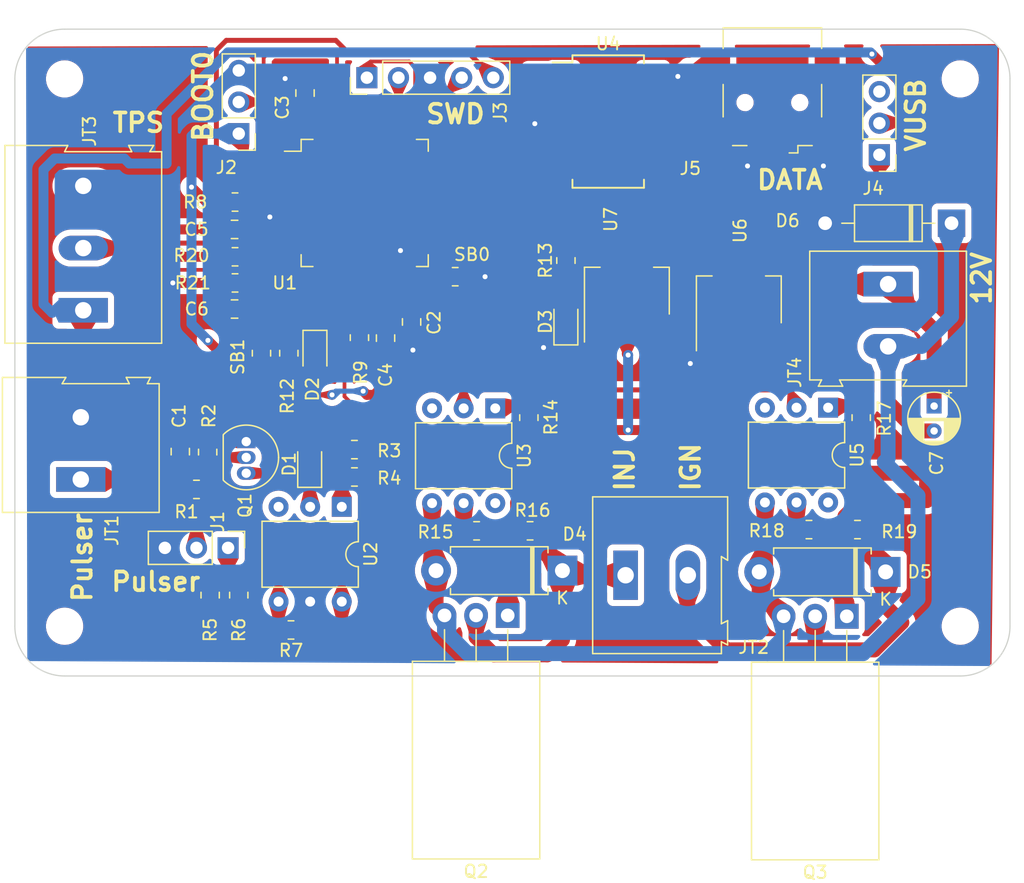
<source format=kicad_pcb>
(kicad_pcb (version 20221018) (generator pcbnew)
  (title_block (title "Custom Engine Control") (date "2023-08-04") (rev "v1") (company "Politeknik Negeri Madiun") (comment 1 "PIC: Deny Nur Fauzi ST MT") (comment 2 "Author: Achmadi ST MT"))
  (layers (0 "F.Cu" signal) (31 "B.Cu" signal) (34 "B.Paste" user) (35 "F.Paste" user) (36 "B.SilkS" user "B.Silkscreen") (37 "F.SilkS" user "F.Silkscreen") (38 "B.Mask" user) (39 "F.Mask" user) (44 "Edge.Cuts" user))
  (net 0 "")
  (net 1 "GND")
  (net 2 "Net-(Q1-B)")
  (net 3 "+3V3")
  (net 4 "VCAP")
  (net 5 "IN_TPS")
  (net 6 "+12V")
  (net 7 "GNDPWR")
  (net 8 "Net-(D1-K)")
  (net 9 "Net-(D1-A)")
  (net 10 "LED_CKP")
  (net 11 "Net-(D2-A)")
  (net 12 "Net-(D3-A)")
  (net 13 "PORT_INJ")
  (net 14 "PORT_IGN")
  (net 15 "Net-(J1-Pin_1)")
  (net 16 "PULSER")
  (net 17 "BOOT0")
  (net 18 "SWCLK")
  (net 19 "SWDIO")
  (net 20 "NRST")
  (net 21 "VBUS")
  (net 22 "+5V")
  (net 24 "Net-(J5-D-)")
  (net 25 "Net-(J5-D+)")
  (net 27 "Net-(JT3-Pin_2)")
  (net 28 "Net-(Q2-G)")
  (net 29 "Net-(Q3-G)")
  (net 30 "Net-(R4-Pad2)")
  (net 31 "IN_CKP")
  (net 32 "BOOT1")
  (net 33 "QFN_VDD")
  (net 34 "QFN_VSS")
  (net 35 "Net-(R14-Pad2)")
  (net 36 "Net-(R17-Pad2)")
  (net 60 "OUT_INJ")
  (net 62 "OUT_IGN")
  (net 65 "TXD")
  (net 66 "RXD")
  (footprint "Resistor_SMD:R_0805_2012Metric_Pad1.20x1.40mm_HandSolder" (layer "F.Cu") (at 172.3 79.6 90)
    (fp_text reference "R13")
    (fp_text value "330")
  )
  (footprint "LED_SMD:LED_0805_2012Metric_Pad1.15x1.40mm_HandSolder" (layer "F.Cu") (at 152.125 87.075 -90)
    (fp_text reference "D2")
    (fp_text value "BLUE")
  )
  (footprint "TerminalBlock:TerminalBlock_Altech_AK300-2_P5.00mm" (layer "F.Cu") (at 198.2 81.5 -90)
    (fp_text reference "JT4")
    (fp_text value "Conn_01x02_Pin")
  )
  (footprint "Connector_PinHeader_2.54mm:PinHeader_1x05_P2.54mm_Vertical" (layer "F.Cu") (at 156.3 64.9 90)
    (fp_text reference "J3")
    (fp_text value "Conn_01x05_Pin")
  )
  (footprint "TerminalBlock:TerminalBlock_Altech_AK300-2_P5.00mm" (layer "F.Cu") (at 133.3 97.2 90)
    (fp_text reference "JT1")
    (fp_text value "Conn_01x02_Pin")
  )
  (footprint "Resistor_SMD:R_0805_2012Metric_Pad1.20x1.40mm_HandSolder" (layer "F.Cu") (at 142.6 98)
    (fp_text reference "R1")
    (fp_text value "1k")
  )
  (footprint "Resistor_SMD:R_0805_2012Metric_Pad1.20x1.40mm_HandSolder" (layer "F.Cu") (at 195.74 101.23)
    (fp_text reference "R19")
    (fp_text value "10K")
  )
  (footprint "Package_QFP:LQFP-64_10x10mm_P0.5mm" (layer "F.Cu") (at 156.123 74.974)
    (fp_text reference "U1")
    (fp_text value "STM32F051R8Tx")
  )
  (footprint "TerminalBlock:TerminalBlock_Altech_AK300-2_P5.00mm" (layer "F.Cu") (at 177.1 104.9)
    (fp_text reference "JT2")
    (fp_text value "Conn_01x02_Pin")
  )
  (footprint "Capacitor_SMD:C_0805_2012Metric_Pad1.18x1.45mm_HandSolder" (layer "F.Cu") (at 151.327 66.1355 90)
    (fp_text reference "C3")
    (fp_text value "100nF")
  )
  (footprint "Resistor_SMD:R_0805_2012Metric_Pad1.20x1.40mm_HandSolder" (layer "F.Cu") (at 191.84 101.23 180)
    (fp_text reference "R18")
    (fp_text value "10K")
  )
  (footprint "Connector_PinHeader_2.54mm:PinHeader_1x03_P2.54mm_Vertical" (layer "F.Cu") (at 145.14 102.7 -90)
    (fp_text reference "J1")
    (fp_text value "Conn_01x03_Pin")
  )
  (footprint "Resistor_SMD:R_0805_2012Metric_Pad1.20x1.40mm_HandSolder" (layer "F.Cu") (at 155.3 94.8 180)
    (fp_text reference "R3")
    (fp_text value "330")
  )
  (footprint "MountingHole:MountingHole_2.5mm" (layer "F.Cu") (at 204 109)
    (fp_text reference "H4" hide)
    (fp_text value "MountingHole")
  )
  (footprint "Diode_THT:D_DO-15_P10.16mm_Horizontal" (layer "F.Cu") (at 198 104.63 180)
    (fp_text reference "D5")
    (fp_text value "D")
  )
  (footprint "Package_TO_SOT_THT:TO-220-3_Horizontal_TabDown" (layer "F.Cu") (at 194.88 108.2 180)
    (fp_text reference "Q3")
    (fp_text value "IRF540N")
  )
  (footprint "Package_TO_SOT_THT:TO-220-3_Horizontal_TabDown" (layer "F.Cu") (at 167.62 108.13 180)
    (fp_text reference "Q2")
    (fp_text value "IRF540N")
  )
  (footprint "Resistor_SMD:R_0805_2012Metric_Pad1.20x1.40mm_HandSolder" (layer "F.Cu") (at 165.12 101.33 180)
    (fp_text reference "R15")
    (fp_text value "10K")
  )
  (footprint "Diode_THT:D_DO-41_SOD81_P10.16mm_Horizontal" (layer "F.Cu") (at 203.3 76.6 180)
    (fp_text reference "D6")
    (fp_text value "1N4007")
  )
  (footprint "Resistor_SMD:R_0805_2012Metric_Pad1.20x1.40mm_HandSolder" (layer "F.Cu") (at 145.7 79.3)
    (fp_text reference "R20")
    (fp_text value "1k")
  )
  (footprint "Resistor_SMD:R_0805_2012Metric_Pad1.20x1.40mm_HandSolder" (layer "F.Cu") (at 147.825 87.05 -90)
    (fp_text reference "R10" hide)
    (fp_text value "DNP")
  )
  (footprint "Connector_PinHeader_2.54mm:PinHeader_1x03_P2.54mm_Vertical" (layer "F.Cu") (at 146 69.4 180)
    (fp_text reference "J2")
    (fp_text value "Conn_01x03_Pin")
  )
  (footprint "MountingHole:MountingHole_2.5mm" (layer "F.Cu") (at 132 65)
    (fp_text reference "H1" hide)
    (fp_text value "MountingHole")
  )
  (footprint "LED_SMD:LED_0805_2012Metric_Pad1.15x1.40mm_HandSolder" (layer "F.Cu") (at 151.7 95.975 90)
    (fp_text reference "D1")
    (fp_text value "GREEN")
  )
  (footprint "LED_SMD:LED_0805_2012Metric_Pad1.15x1.40mm_HandSolder" (layer "F.Cu") (at 172.3 84.525 90)
    (fp_text reference "D3")
    (fp_text value "RED")
  )
  (footprint "TerminalBlock:TerminalBlock_Altech_AK300-3_P5.00mm" (layer "F.Cu") (at 133.5 83.6 90)
    (fp_text reference "JT3")
    (fp_text value "Conn_01x03_Pin")
  )
  (footprint "Resistor_SMD:R_0805_2012Metric_Pad1.20x1.40mm_HandSolder" (layer "F.Cu") (at 145.7 81.4)
    (fp_text reference "R21")
    (fp_text value "1k")
  )
  (footprint "Capacitor_SMD:C_0805_2012Metric_Pad1.18x1.45mm_HandSolder" (layer "F.Cu") (at 145.6625 77.1 180)
    (fp_text reference "C5")
    (fp_text value "100nF")
  )
  (footprint "Package_TO_SOT_SMD:SOT-223-3_TabPin2" (layer "F.Cu") (at 186.2 82.75 90)
    (fp_text reference "U6")
    (fp_text value "AMS1117-5.0")
  )
  (footprint "Capacitor_THT:CP_Radial_D4.0mm_P2.00mm" (layer "F.Cu") (at 201.9 91.3 -90)
    (fp_text reference "C7")
    (fp_text value "100uF")
  )
  (footprint "Connector_PinHeader_2.54mm:PinHeader_1x03_P2.54mm_Vertical" (layer "F.Cu") (at 197.5 71.1 180)
    (fp_text reference "J4")
    (fp_text value "Conn_01x03_Pin")
  )
  (footprint "MountingHole:MountingHole_2.5mm" (layer "F.Cu") (at 204 65)
    (fp_text reference "H3" hide)
    (fp_text value "MountingHole")
  )
  (footprint "Resistor_SMD:R_0805_2012Metric_Pad1.20x1.40mm_HandSolder" (layer "F.Cu") (at 169.32 92.23 90)
    (fp_text reference "R14")
    (fp_text value "220")
  )
  (footprint "Capacitor_SMD:C_0805_2012Metric_Pad1.18x1.45mm_HandSolder" (layer "F.Cu") (at 141.3 94.9625 -90)
    (fp_text reference "C1")
    (fp_text value "100nF")
  )
  (footprint "Connector_USB:USB_Mini-B_Wuerth_65100516121_Horizontal" (layer "F.Cu") (at 188.9 66.9 180)
    (fp_text reference "J5")
    (fp_text value "USB_B_Mini")
  )
  (footprint "Package_DIP:DIP-6_W7.62mm" (layer "F.Cu") (at 193.38 91.43 -90)
    (fp_text reference "U5")
    (fp_text value "4N35")
  )
  (footprint "Package_TO_SOT_THT:TO-92_Inline" (layer "F.Cu") (at 146.6 94.16 -90)
    (fp_text reference "Q1")
    (fp_text value "2N3904")
  )
  (footprint "Package_DIP:DIP-6_W7.62mm" (layer "F.Cu") (at 154.28 99.4 -90)
    (fp_text reference "U2")
    (fp_text value "H11L1")
  )
  (footprint "Resistor_SMD:R_0805_2012Metric_Pad1.20x1.40mm_HandSolder" (layer "F.Cu") (at 155.7 85.8 -90)
    (fp_text reference "R9")
    (fp_text value "0")
  )
  (footprint "Resistor_SMD:R_0805_2012Metric_Pad1.20x1.40mm_HandSolder" (layer "F.Cu") (at 150.2 109.3 180)
    (fp_text reference "R7")
    (fp_text value "10K")
  )
  (footprint "Resistor_SMD:R_0805_2012Metric_Pad1.20x1.40mm_HandSolder" (layer "F.Cu") (at 169.42 101.33)
    (fp_text reference "R16")
    (fp_text value "10K")
  )
  (footprint "Package_SO:SSOP-28_5.3x10.2mm_P0.65mm" (layer "F.Cu") (at 175.7 68.425)
    (fp_text reference "U4")
    (fp_text value "FT232RL")
  )
  (footprint "Resistor_SMD:R_0805_2012Metric_Pad1.20x1.40mm_HandSolder" (layer "F.Cu") (at 150.025 87.05 -90)
    (fp_text reference "R12")
    (fp_text value "330")
  )
  (footprint "Package_TO_SOT_SMD:SOT-223-3_TabPin2" (layer "F.Cu") (at 177.2 82.05 90)
    (fp_text reference "U7")
    (fp_text value "AMS1117-3.3")
  )
  (footprint "Capacitor_SMD:C_0805_2012Metric_Pad1.18x1.45mm_HandSolder" (layer "F.Cu") (at 145.6625 83.5)
    (fp_text reference "C6")
    (fp_text value "100nF")
  )
  (footprint "Resistor_SMD:R_0805_2012Metric_Pad1.20x1.40mm_HandSolder" (layer "F.Cu") (at 155.3 97 180)
    (fp_text reference "R4")
    (fp_text value "330")
  )
  (footprint "Capacitor_SMD:C_0805_2012Metric_Pad1.18x1.45mm_HandSolder" (layer "F.Cu") (at 157.8 85.8375 -90)
    (fp_text reference "C4")
    (fp_text value "4u7")
  )
  (footprint "Resistor_SMD:R_0805_2012Metric_Pad1.20x1.40mm_HandSolder" (layer "F.Cu") (at 163.4 80.9)
    (fp_text reference "R11" hide)
    (fp_text value "DNP")
  )
  (footprint "Capacitor_SMD:C_0805_2012Metric_Pad1.18x1.45mm_HandSolder" (layer "F.Cu") (at 159.893 84.5375 -90)
    (fp_text reference "C2")
    (fp_text value "100nF")
  )
  (footprint "Diode_THT:D_DO-15_P10.16mm_Horizontal" (layer "F.Cu") (at 172.02 104.53 180)
    (fp_text reference "D4")
    (fp_text value "D")
  )
  (footprint "Package_DIP:DIP-6_W7.62mm" (layer "F.Cu") (at 166.62 91.484 -90)
    (fp_text reference "U3")
    (fp_text value "4N35")
  )
  (footprint "MountingHole:MountingHole_2.5mm" (layer "F.Cu") (at 132 109)
    (fp_text reference "H2" hide)
    (fp_text value "MountingHole")
  )
  (footprint "Resistor_SMD:R_0805_2012Metric_Pad1.20x1.40mm_HandSolder" (layer "F.Cu") (at 196.04 92.23 90)
    (fp_text reference "R17")
    (fp_text value "220")
  )
  (footprint "Resistor_SMD:R_0805_2012Metric_Pad1.20x1.40mm_HandSolder" (layer "F.Cu") (at 145.7 74.9 180)
    (fp_text reference "R8")
    (fp_text value "10K")
  )
  (footprint "Resistor_SMD:R_0805_2012Metric_Pad1.20x1.40mm_HandSolder" (layer "F.Cu") (at 143.5 95 90)
    (fp_text reference "R2")
    (fp_text value "10k")
  )
  (footprint "Resistor_SMD:R_0805_2012Metric_Pad1.20x1.40mm_HandSolder" (layer "F.Cu") (at 146 106.5 -90)
    (fp_text reference "R6")
    (fp_text value "0")
  )
  (footprint "Resistor_SMD:R_0805_2012Metric_Pad1.20x1.40mm_HandSolder" (layer "F.Cu") (at 143.7 106.5 -90)
    (fp_text reference "R5")
    (fp_text value "DNP")
  )
  (gr_line (start 128 109) (end 128 65) (stroke (width 0.1)) (layer "Edge.Cuts"))
  (gr_arc (start 128 65) (mid 129.171573 62.171573) (end 132 61) (stroke (width 0.1)) (layer "Edge.Cuts"))
  (gr_arc (start 208 109) (mid 206.828427 111.828427) (end 204 113) (stroke (width 0.1)) (layer "Edge.Cuts"))
  (gr_line (start 208 65) (end 208 109) (stroke (width 0.1)) (layer "Edge.Cuts"))
  (gr_line (start 204 113) (end 132 113) (stroke (width 0.1)) (layer "Edge.Cuts"))
  (gr_arc (start 204 61) (mid 206.828427 62.171573) (end 208 65) (stroke (width 0.1)) (layer "Edge.Cuts"))
  (gr_line (start 204 61) (end 132 61) (stroke (width 0.1)) (layer "Edge.Cuts"))
  (gr_arc (start 132 113) (mid 129.171573 111.828427) (end 128 109) (stroke (width 0.1)) (layer "Edge.Cuts"))
  (gr_text "Pulser" (at 134.3 107.2 90) (layer "F.SilkS") (effects (font (size 1.5 1.5) (thickness 0.3) bold) (justify left bottom)))
  (gr_text "SB0" (at 163.2 79.7) (layer "F.SilkS") (effects (font (size 1 1)) (justify left bottom)))
  (gr_text "INJ" (at 177.9 98.3 90) (layer "F.SilkS") (effects (font (size 1.5 1.5) (thickness 0.3) bold) (justify left bottom)))
  (gr_text "SWD" (at 160.9 68.7) (layer "F.SilkS") (effects (font (size 1.5 1.5) (thickness 0.3) bold) (justify left bottom)))
  (gr_text "12V" (at 206.6 83.3 90) (layer "F.SilkS") (effects (font (size 1.5 1.5) (thickness 0.3) bold) (justify left bottom)))
  (gr_text "BOOT0\n" (at 144 70.2 90) (layer "F.SilkS") (effects (font (size 1.5 1.5) (thickness 0.3) bold) (justify left bottom)))
  (gr_text "SB1\n" (at 146.5 88.9 90) (layer "F.SilkS") (effects (font (size 1 1)) (justify left bottom)))
  (gr_text "DATA\n" (at 187.5 74) (layer "F.SilkS") (effects (font (size 1.5 1.5) (thickness 0.3) bold) (justify left bottom)))
  (gr_text "TPS" (at 135.7 69.4) (layer "F.SilkS") (effects (font (size 1.5 1.5) (thickness 0.3) bold) (justify left bottom)))
  (gr_text "IGN" (at 183.2 98.3 90) (layer "F.SilkS") (effects (font (size 1.5 1.5) (thickness 0.3) bold) (justify left bottom)))
  (gr_text "VUSB" (at 201.3 71 90) (layer "F.SilkS") (effects (font (size 1.5 1.5) (thickness 0.3) bold) (justify left bottom)))
  (gr_text "Pulser" (at 135.6 106.3) (layer "F.SilkS") (effects (font (size 1.5 1.5) (thickness 0.3) bold) (justify left bottom)))
  (segment (start 158.593 86.875) (end 159.893 85.575) (width 0.8) (layer "F.Cu") (net 1))
  (segment (start 144.7 83.425) (end 144.625 83.5) (width 0.8) (layer "F.Cu") (net 1))
  (segment (start 144.7 81.4) (end 140.7 81.4) (width 0.8) (layer "F.Cu") (net 1))
  (segment (start 139.575 92.2) (end 141.3 93.925) (width 0.8) (layer "F.Cu") (net 1))
  (segment (start 172.1 68.1) (end 170.3 68.1) (width 0.4) (layer "F.Cu") (net 1))
  (segment (start 164.4 80.9) (end 165.8 80.9) (width 0.8) (layer "F.Cu") (net 1))
  (segment (start 144.7 81.4) (end 144.7 83.425) (width 0.8) (layer "F.Cu") (net 1))
  (segment (start 148.5 76.3745) (end 148.5 76.1) (width 0.3) (layer "F.Cu") (net 1))
  (segment (start 181.3 66) (end 181.3 68.5) (width 0.4) (layer "F.Cu") (net 1))
  (segment (start 143.5 94) (end 141.375 94) (width 0.8) (layer "F.Cu") (net 1))
  (segment (start 157.8 86.875) (end 158.593 86.875) (width 0.8) (layer "F.Cu") (net 1))
  (segment (start 184.5 71.5) (end 184.9 71.9) (width 0.8) (layer "F.Cu") (net 1))
  (segment (start 141.375 94) (end 141.3 93.925) (width 0.8) (layer "F.Cu") (net 1))
  (segment (start 181.2 66.1) (end 181.3 66) (width 0.4) (layer "F.Cu") (net 1))
  (segment (start 181.05 66.15) (end 181.1 66.1) (width 0.4) (layer "F.Cu") (net 1))
  (segment (start 193.3 64) (end 193.3 69.5) (width 0.8) (layer "F.Cu") (net 1))
  (segment (start 181.05 68.75) (end 181.3 68.5) (width 0.4) (layer "F.Cu") (net 1))
  (segment (start 159.893 86.693) (end 160 86.8) (width 0.8) (layer "F.Cu") (net 1))
  (segment (start 179.3 68.75) (end 181.05 68.75) (width 0.4) (layer "F.Cu") (net 1))
  (segment (start 193.3 71.7) (end 193 72) (width 0.8) (layer "F.Cu") (net 1))
  (segment (start 193.3 69.5) (end 193.3 71.7) (width 0.8) (layer "F.Cu") (net 1))
  (segment (start 152.873 65.573) (end 152.398 65.098) (width 0.3) (layer "F.Cu") (net 1))
  (segment (start 148.8495 76.724) (end 148.51275 76.38725) (width 0.3) (layer "F.Cu") (net 1))
  (segment (start 187.3 71.6) (end 186.9 72) (width 0.4) (layer "F.Cu") (net 1))
  (segment (start 180.7 70.7) (end 179.3 70.7) (width 0.4) (layer "F.Cu") (net 1))
  (segment (start 150.448 76.724) (end 148.8495 76.724) (width 0.3) (layer "F.Cu") (net 1))
  (segment (start 183.9 85.9) (end 183.9 86.28) (width 0.8) (layer "F.Cu") (net 1))
  (segment (start 159.373 79.173) (end 159 78.8) (width 0.3) (layer "F.Cu") (net 1))
  (segment (start 174.9 85.2) (end 172.65 85.2) (width 0.8) (layer "F.Cu") (net 1))
  (segment (start 171.55 85.55) (end 170.5 86.6) (width 0.8) (layer "F.Cu") (net 1))
  (segment (start 157.8 86.875) (end 155.775 86.875) (width 0.8) (layer "F.Cu") (net 1))
  (segment (start 151.327 65.098) (end 149.852 65.098) (width 0.8) (layer "F.Cu") (net 1))
  (segment (start 136.8 73.6) (end 133.5 73.6) (width 0.8) (layer "F.Cu") (net 1))
  (segment (start 181.3 68.5) (end 181.3 70.1) (width 0.4) (layer "F.Cu") (net 1))
  (segment (start 183.9 86.28) (end 182.3 87.88) (width 0.8) (layer "F.Cu") (net 1))
  (segment (start 170.3 68.1) (end 169.8 68.6) (width 0.4) (layer "F.Cu") (net 1))
  (segment (start 155.775 86.875) (end 155.7 86.8) (width 0.8) (layer "F.Cu") (net 1))
  (segment (start 181.3 66) (end 181.3 64.8) (width 0.4) (layer "F.Cu") (net 1))
  (segment (start 182.1 64) (end 181.3 64.8) (width 0.4) (layer "F.Cu") (net 1))
  (segment (start 184.9 71.9) (end 186.8 71.9) (width 0.8) (layer "F.Cu") (net 1))
  (segment (start 186.8 71.9) (end 186.9 72) (width 0.8) (layer "F.Cu") (net 1))
  (segment (start 187.3 69.5) (end 187.3 71.6) (width 0.4) (layer "F.Cu") (net 1))
  (segment (start 172.65 85.2) (end 172.3 85.55) (width 0.8) (layer "F.Cu") (net 1))
  (segment (start 159.893 85.575) (end 159.893 86.693) (width 0.8) (layer "F.Cu") (net 1))
  (segment (start 181.3 70.1) (end 180.7 70.7) (width 0.4) (layer "F.Cu") (net 1))
  (segment (start 184.5 64) (end 184.5 69.5) (width 0.8) (layer "F.Cu") (net 1))
  (segment (start 184.5 69.5) (end 184.5 71.5) (width 0.8) (layer "F.Cu") (net 1))
  (segment (start 146.6 94.16) (end 143.66 94.16) (width 0.8) (layer "F.Cu") (net 1))
  (segment (start 133.3 92.2) (end 139.575 92.2) (width 0.8) (layer "F.Cu") (net 1))
  (segment (start 144.625 77.1) (end 140.3 77.1) (width 0.8) (layer "F.Cu") (net 1))
  (segment (start 149.852 65.098) (end 149.727 64.973) (width 0.8) (layer "F.Cu") (net 1))
  (segment (start 152.398 65.098) (end 151.327 65.098) (width 0.3) (layer "F.Cu") (net 1))
  (segment (start 172.3 85.55) (end 171.55 85.55) (width 0.8) (layer "F.Cu") (net 1))
  (segment (start 143.66 94.16) (end 143.5 94) (width 0.8) (layer "F.Cu") (net 1))
  (segment (start 179.3 65.5) (end 180.8 65.5) (width 0.4) (layer "F.Cu") (net 1))
  (segment (start 159.373 80.649) (end 159.373 79.173) (width 0.3) (layer "F.Cu") (net 1))
  (segment (start 140.3 77.1) (end 136.8 73.6) (width 0.8) (layer "F.Cu") (net 1))
  (segment (start 152.873 69.299) (end 152.873 65.573) (width 0.3) (layer "F.Cu") (net 1))
  (segment (start 180.8 65.5) (end 181.3 66) (width 0.4) (layer "F.Cu") (net 1))
  (segment (start 148.51275 76.38725) (end 148.5 76.3745) (width 0.3) (layer "F.Cu") (net 1))
  (segment (start 184.5 64) (end 182.1 64) (width 0.4) (layer "F.Cu") (net 1))
  (segment (start 179.3 66.15) (end 181.05 66.15) (width 0.4) (layer "F.Cu") (net 1))
  (segment (start 181.1 66.1) (end 181.2 66.1) (width 0.4) (layer "F.Cu") (net 1))
  (via (at 186.9 72) (size 0.8) (drill 0.4) (layers "F.Cu" "B.Cu") (net 1))
  (via (at 160 86.8) (size 0.8) (drill 0.4) (layers "F.Cu" "B.Cu") (net 1))
  (via (at 140.7 81.4) (size 0.8) (drill 0.4) (layers "F.Cu" "B.Cu") (net 1))
  (via (at 181.3 64.8) (size 0.8) (drill 0.4) (layers "F.Cu" "B.Cu") (net 1))
  (via (at 149.727 64.973) (size 0.8) (drill 0.4) (layers "F.Cu" "B.Cu") (net 1))
  (via (at 182.3 87.88) (size 0.8) (drill 0.4) (layers "F.Cu" "B.Cu") (net 1))
  (via (at 165.8 80.9) (size 0.8) (drill 0.4) (layers "F.Cu" "B.Cu") (net 1))
  (via (at 170.5 86.6) (size 0.8) (drill 0.4) (layers "F.Cu" "B.Cu") (net 1))
  (via (at 193 72) (size 0.8) (drill 0.4) (layers "F.Cu" "B.Cu") (net 1))
  (via (at 148.5 76.1) (size 0.8) (drill 0.4) (layers "F.Cu" "B.Cu") (net 1))
  (via (at 169.8 68.6) (size 0.8) (drill 0.4) (layers "F.Cu" "B.Cu") (net 1))
  (via (at 159 78.8) (size 0.8) (drill 0.4) (layers "F.Cu" "B.Cu") (net 1))
  (segment (start 146.6 95.43) (end 145.07 95.43) (width 0.8) (layer "F.Cu") (net 2))
  (segment (start 145.07 95.43) (end 144.5 96) (width 0.8) (layer "F.Cu") (net 2))
  (segment (start 143.5 96) (end 143.5 97.9) (width 0.8) (layer "F.Cu") (net 2))
  (segment (start 143.5 97.9) (end 143.6 98) (width 0.8) (layer "F.Cu") (net 2))
  (segment (start 141.3 96) (end 143.5 96) (width 0.8) (layer "F.Cu") (net 2))
  (segment (start 144.5 96) (end 143.5 96) (width 0.8) (layer "F.Cu") (net 2))
  (segment (start 160.5 83.5) (end 162 85) (width 0.4) (layer "F.Cu") (net 3))
  (segment (start 146 109.7) (end 146 107.5) (width 0.8) (layer "F.Cu") (net 3))
  (segment (start 151.2 109.3) (end 153.6 109.3) (width 0.8) (layer "F.Cu") (net 3))
  (segment (start 150.025 89.525) (end 150.025 88.05) (width 0.4) (layer "F.Cu") (net 3))
  (segment (start 159.873 83.48) (end 159.893 83.5) (width 0.3) (layer "F.Cu") (net 3))
  (segment (start 145.55 88.05) (end 147.825 88.05) (width 0.8) (layer "F.Cu") (net 3))
  (segment (start 152.373 69.299) (end 152.373 68.219) (width 0.3) (layer "F.Cu") (net 3))
  (segment (start 154.28 107.02) (end 154.28 104.12) (width 0.4) (layer "F.Cu") (net 3))
  (segment (start 167.6 94.4) (end 160.2 94.4) (width 0.8) (layer "F.Cu") (net 3))
  (segment (start 152.373 70.927) (end 152.8 70.5) (width 0.3) (layer "F.Cu") (net 3))
  (segment (start 148.8 93.1) (end 147.7 92) (width 0.4) (layer "F.Cu") (net 3))
  (segment (start 156.3 93.9) (end 155.5 93.1) (width 0.4) (layer "F.Cu") (net 3))
  (segment (start 153.6 109.3) (end 154.28 108.62) (width 0.8) (layer "F.Cu") (net 3))
  (segment (start 156.7 90.3) (end 156.2 90.3) (width 0.4) (layer "F.Cu") (net 3))
  (segment (start 158.4 88.6) (end 156.7 90.3) (width 0.4) (layer "F.Cu") (net 3))
  (segment (start 158.1 90.4) (end 156.3 90.4) (width 0.8) (layer "F.Cu") (net 3))
  (segment (start 159.7 63.6) (end 156.6 63.6) (width 0.3) (layer "F.Cu") (net 3))
  (segment (start 169.32 93.23) (end 168.77 93.23) (width 0.8) (layer "F.Cu") (net 3))
  (segment (start 173.9 77) (end 172.3 78.6) (width 0.4) (layer "F.Cu") (net 3))
  (segment (start 177.3 93.23) (end 196.04 93.23) (width 0.8) (layer "F.Cu") (net 3))
  (segment (start 169.32 93.23) (end 177.3 93.23) (width 0.8) (layer "F.Cu") (net 3))
  (segment (start 152.373 70.927) (end 152.076 71.224) (width 0.3) (layer "F.Cu") (net 3))
  (segment (start 146.6 70) (end 146 69.4) (width 0.3) (layer "F.Cu") (net 3))
  (segment (start 156.6 63.6) (end 156.3 63.9) (width 0.3) (layer "F.Cu") (net 3))
  (segment (start 177.2 78.9) (end 172.6 78.9) (width 0.8) (layer "F.Cu") (net 3))
  (segment (start 158.9 93.1) (end 158.1 92.3) (width 0.8) (layer "F.Cu") (net 3))
  (segment (start 153.5 90.4) (end 150.9 90.4) (width 0.4) (layer "F.Cu") (net 3))
  (segment (start 151.2 109.3) (end 151.2 110.5) (width 0.8) (layer "F.Cu") (net 3))
  (segment (start 158.1 92.3) (end 158.1 90.4) (width 0.8) (layer "F.Cu") (net 3))
  (segment (start 146.824 71.224) (end 146.6 71) (width 0.3) (layer "F.Cu") (net 3))
  (segment (start 177.2 85.2) (end 177.2 87.1) (width 0.8) (layer "F.Cu") (net 3))
  (segment (start 147.7 88.175) (end 147.825 88.05) (width 0.4) (layer "F.Cu") (net 3))
  (segment (start 162 85) (end 162 88.1) (width 0.4) (layer "F.Cu") (net 3))
  (segment (start 152.8 70.5) (end 161 70.5) (width 0.3) (layer "F.Cu") (net 3))
  (segment (start 152.076 71.224) (end 150.448 71.224) (width 0.3) (layer "F.Cu") (net 3))
  (segment (start 144.7 74.9) (end 143.4 74.9) (width 0.8) (layer "F.Cu") (net 3))
  (segment (start 154.28 108.62) (end 154.28 107.02) (width 0.8) (layer "F.Cu") (net 3))
  (segment (start 150.448 71.224) (end 146.824 71.224) (width 0.3) (layer "F.Cu") (net 3))
  (segment (start 162 88.1) (end 161.5 88.6) (width 0.4) (layer "F.Cu") (net 3))
  (segment (start 156.3 94.8) (end 156.3 97) (width 0.8) (layer "F.Cu") (net 3))
  (segment (start 155.2 103.2) (end 156.5 103.2) (width 0.4) (layer "F.Cu") (net 3))
  (segment (start 152.373 68.219) (end 151.327 67.173) (width 0.3) (layer "F.Cu") (net 3))
  (segment (start 156.5 103.2) (end 158.9 100.8) (width 0.4) (layer "F.Cu") (net 3))
  (segment (start 144.7 75.1) (end 146.7 77.1) (width 0.4) (layer "F.Cu") (net 3))
  (segment (start 152.373 69.299) (end 152.373 70.927) (width 0.3) (layer "F.Cu") (net 3))
  (segment (start 161.5 88.6) (end 158.4 88.6) (width 0.4) (layer "F.Cu") (net 3))
  (segment (start 150.9 90.4) (end 150.025 89.525) (width 0.4) (layer "F.Cu") (net 3))
  (segment (start 154.28 104.12) (end 155.2 103.2) (width 0.4) (layer "F.Cu") (net 3))
  (segment (start 161.2 67.9) (end 160.18 66.88) (width 0.3) (layer "F.Cu") (net 3))
  (segment (start 156.2 90.3) (end 156 90.1) (width 0.4) (layer "F.Cu") (net 3))
  (segment (start 144.7 74.9) (end 144.7 75.1) (width 0.4) (layer "F.Cu") (net 3))
  (segment (start 150.025 88.05) (end 147.825 88.05) (width 0.8) (layer "F.Cu") (net 3))
  (segment (start 151.2 110.5) (end 150.6 111.1) (width 0.8) (layer "F.Cu") (net 3))
  (segment (start 159.893 83.5) (end 160.5 83.5) (width 0.4) (layer "F.Cu") (net 3))
  (segment (start 147.7 92) (end 147.7 88.175) (width 0.4) (layer "F.Cu") (net 3))
  (segment (start 161 70.5) (end 161.2 70.3) (width 0.3) (layer "F.Cu") (net 3))
  (segment (start 150.6 111.1) (end 147.4 111.1) (width 0.8) (layer "F.Cu") (net 3))
  (segment (start 161.2 70.3) (end 161.2 67.9) (width 0.3) (layer "F.Cu") (net 3))
  (segment (start 146.6 71) (end 146.6 70) (width 0.3) (layer "F.Cu") (net 3))
  (segment (start 150.448 77.224) (end 146.824 77.224) (width 0.3) (layer "F.Cu") (net 3))
  (segment (start 143.4 74.9) (end 142.2 73.7) (width 0.8) (layer "F.Cu") (net 3))
  (segment (start 159.873 80.649) (end 159.873 83.48) (width 0.3) (layer "F.Cu") (net 3))
  (segment (start 177.2 87.1) (end 177.3 87.2) (width 0.8) (layer "F.Cu") (net 3))
  (segment (start 173.375 66.15) (end 173.9 66.675) (width 0.4) (layer "F.Cu") (net 3))
  (segment (start 155.5 93.1) (end 148.8 93.1) (width 0.4) (layer "F.Cu") (net 3))
  (segment (start 168.77 93.23) (end 167.6 94.4) (width 0.8) (layer "F.Cu") (net 3))
  (segment (start 177.2 78.9) (end 177.2 85.2) (width 0.8) (layer "F.Cu") (net 3))
  (segment (start 160.2 94.4) (end 158.9 93.1) (width 0.8) (layer "F.Cu") (net 3))
  (segment (start 143.519254 86.019254) (end 145.55 88.05) (width 0.8) (layer "F.Cu") (net 3))
  (segment (start 146.824 77.224) (end 146.7 77.1) (width 0.3) (layer "F.Cu") (net 3))
  (segment (start 156.3 94.8) (end 156.3 93.9) (width 0.4) (layer "F.Cu") (net 3))
  (segment (start 160.18 64.08) (end 159.7 63.6) (width 0.3) (layer "F.Cu") (net 3))
  (segment (start 147.4 111.1) (end 146 109.7) (width 0.8) (layer "F.Cu") (net 3))
  (segment (start 156.3 90.4) (end 156 90.1) (width 0.8) (layer "F.Cu") (net 3))
  (segment (start 160.18 66.88) (end 160.18 64.08) (width 0.3) (layer "F.Cu") (net 3))
  (segment (start 173.9 66.675) (end 173.9 77) (width 0.4) (layer "F.Cu") (net 3))
  (segment (start 156.3 63.9) (end 156.3 64.9) (width 0.3) (layer "F.Cu") (net 3))
  (segment (start 158.9 100.8) (end 158.9 93.1) (width 0.4) (layer "F.Cu") (net 3))
  (segment (start 172.1 66.15) (end 173.375 66.15) (width 0.4) (layer "F.Cu") (net 3))
  (via (at 177.3 87.2) (size 0.8) (drill 0.4) (layers "F.Cu" "B.Cu") (net 3))
  (via (at 156 90.1) (size 0.8) (drill 0.4) (layers "F.Cu" "B.Cu") (net 3))
  (via (at 177.3 93.23) (size 0.8) (drill 0.4) (layers "F.Cu" "B.Cu") (net 3))
  (via (at 153.5 90.4) (size 0.8) (drill 0.4) (layers "F.Cu" "B.Cu") (net 3))
  (via (at 143.519254 86.019254) (size 0.8) (drill 0.4) (layers "F.Cu" "B.Cu") (net 3))
  (via (at 142.2 73.7) (size 0.8) (drill 0.4) (layers "F.Cu" "B.Cu") (net 3))
  (segment (start 142.2 73.7) (end 142.2 84.7) (width 0.8) (layer "B.Cu") (net 3))
  (segment (start 142.2 84.7) (end 143.519254 86.019254) (width 0.8) (layer "B.Cu") (net 3))
  (segment (start 142.2 69.6) (end 142.4 69.4) (width 0.8) (layer "B.Cu") (net 3))
  (segment (start 177.3 87.2) (end 177.3 93.23) (width 0.8) (layer "B.Cu") (net 3))
  (segment (start 142.4 69.4) (end 146 69.4) (width 0.8) (layer "B.Cu") (net 3))
  (segment (start 142.2 73.7) (end 142.2 69.6) (width 0.8) (layer "B.Cu") (net 3))
  (segment (start 153.8 90.1) (end 153.5 90.4) (width 0.4) (layer "B.Cu") (net 3))
  (segment (start 156 90.1) (end 153.8 90.1) (width 0.4) (layer "B.Cu") (net 3))
  (segment (start 158.873 82.727) (end 157.8 83.8) (width 0.3) (layer "F.Cu") (net 4))
  (segment (start 157.8 83.8) (end 157.8 84.8) (width 0.3) (layer "F.Cu") (net 4))
  (segment (start 158.873 80.649) (end 158.873 82.727) (width 0.3) (layer "F.Cu") (net 4))
  (segment (start 148.3 78.3) (end 148.3 78.8) (width 0.3) (layer "F.Cu") (net 5))
  (segment (start 146.7 83.5) (end 146.7 81.4) (width 0.8) (layer "F.Cu") (net 5))
  (segment (start 146.7 79.3) (end 146.7 81.4) (width 0.8) (layer "F.Cu") (net 5))
  (segment (start 148.376 78.224) (end 148.3 78.3) (width 0.3) (layer "F.Cu") (net 5))
  (segment (start 148.3 78.8) (end 147.8 79.3) (width 0.3) (layer "F.Cu") (net 5))
  (segment (start 147.8 79.3) (end 146.7 79.3) (width 0.3) (layer "F.Cu") (net 5))
  (segment (start 150.448 78.224) (end 148.376 78.224) (width 0.3) (layer "F.Cu") (net 5))
  (segment (start 201.9 88.1) (end 201.9 91.3) (width 1.2) (layer "F.Cu") (net 6))
  (segment (start 203.1 97.5) (end 201.4 97.5) (width 1.2) (layer "F.Cu") (net 6))
  (segment (start 201.9 85.2) (end 201.9 88.1) (width 1.2) (layer "F.Cu") (net 6))
  (segment (start 194.8 81.5) (end 198.2 81.5) (width 1.2) (layer "F.Cu") (net 6))
  (segment (start 203.9 89.9) (end 203.9 96.7) (width 1.2) (layer "F.Cu") (net 6))
  (segment (start 201.3 98.9) (end 201.3 97.6) (width 1.2) (layer "F.Cu") (net 6))
  (segment (start 192.7 85.9) (end 193.7 84.9) (width 1.2) (layer "F.Cu") (net 6))
  (segment (start 196 98.9) (end 194.74 100.16) (width 1.2) (layer "F.Cu") (net 6))
  (segment (start 201.4 97.5) (end 201.3 97.6) (width 1.2) (layer "F.Cu") (net 6))
  (segment (start 168.42 101.33) (end 168.42 99.08) (width 1.2) (layer "F.Cu") (net 6))
  (segment (start 193.7 82.6) (end 194.8 81.5) (width 1.2) (layer "F.Cu") (net 6))
  (segment (start 170.9 96.7) (end 201.2 96.7) (width 1.2) (layer "F.Cu") (net 6))
  (segment (start 202.3 88.1) (end 204 89.8) (width 1.2) (layer "F.Cu") (net 6))
  (segment (start 193.7 84.9) (end 193.7 82.6) (width 1.2) (layer "F.Cu") (net 6))
  (segment (start 204 89.8) (end 203.9 89.9) (width 1.2) (layer "F.Cu") (net 6))
  (segment (start 168.42 101.33) (end 166.12 101.33) (width 1.2) (layer "F.Cu") (net 6))
  (segment (start 168.42 99.08) (end 170.05 97.45) (width 1.2) (layer "F.Cu") (net 6))
  (segment (start 170.05 97.45) (end 170.15 97.45) (width 1.2) (layer "F.Cu") (net 6))
  (segment (start 198.2 81.5) (end 201.9 85.2) (width 1.2) (layer "F.Cu") (net 6))
  (segment (start 201.2 96.7) (end 201.3 96.6) (width 1.2) (layer "F.Cu") (net 6))
  (segment (start 201.3 98.9) (end 196 98.9) (width 1.2) (layer "F.Cu") (net 6))
  (segment (start 201.3 97.6) (end 201.3 96.6) (width 1.2) (layer "F.Cu") (net 6))
  (segment (start 188.5 85.9) (end 192.7 85.9) (width 1.2) (layer "F.Cu") (net 6))
  (segment (start 203.9 96.7) (end 203.1 97.5) (width 1.2) (layer "F.Cu") (net 6))
  (segment (start 194.74 101.23) (end 192.84 101.23) (width 1.2) (layer "F.Cu") (net 6))
  (segment (start 170.15 97.45) (end 170.9 96.7) (width 1.2) (layer "F.Cu") (net 6))
  (segment (start 194.74 100.16) (end 194.74 101.23) (width 1.2) (layer "F.Cu") (net 6))
  (segment (start 201.9 88.1) (end 202.3 88.1) (width 1.2) (layer "F.Cu") (net 6))
  (segment (start 187.84 104.63) (end 187.84 106.24) (width 1.2) (layer "F.Cu") (net 7))
  (segment (start 161.54 99.104) (end 161.54 104.21) (width 1.2) (layer "F.Cu") (net 7))
  (segment (start 200.5 93.3) (end 198.2 91) (width 1.2) (layer "F.Cu") (net 7))
  (segment (start 161.86 104.53) (end 161.86 107.45) (width 1.2) (layer "F.Cu") (net 7))
  (segment (start 188.3 99.05) (end 188.3 104.17) (width 1.2) (layer "F.Cu") (net 7))
  (segment (start 187.84 106.24) (end 189.8 108.2) (width 1.2) (layer "F.Cu") (net 7))
  (segment (start 201.9 93.3) (end 200.5 93.3) (width 1.2) (layer "F.Cu") (net 7))
  (segment (start 188.3 104.17) (end 187.84 104.63) (width 1.2) (layer "F.Cu") (net 7))
  (segment (start 198.2 91) (end 198.2 86.5) (width 1.2) (layer "F.Cu") (net 7))
  (segment (start 161.86 107.45) (end 162.54 108.13) (width 1.2) (layer "F.Cu") (net 7))
  (segment (start 161.54 104.21) (end 161.86 104.53) (width 1.2) (layer "F.Cu") (net 7))
  (segment (start 162.54 108.13) (end 162.54 109.34) (width 1.2) (layer "B.Cu") (net 7))
  (segment (start 197.9 95.8) (end 198.2 95.5) (width 1.2) (layer "B.Cu") (net 7))
  (segment (start 162.54 109.34) (end 164.4 111.2) (width 1.2) (layer "B.Cu") (net 7))
  (segment (start 200.6 106.8) (end 200.6 98.5) (width 1.2) (layer "B.Cu") (net 7))
  (segment (start 164.4 111.2) (end 188.5 111.2) (width 1.2) (layer "B.Cu") (net 7))
  (segment (start 198.2 95.5) (end 198.2 86.5) (width 1.2) (layer "B.Cu") (net 7))
  (segment (start 189.8 109.9) (end 189.8 108.2) (width 1.2) (layer "B.Cu") (net 7))
  (segment (start 196.2 111.2) (end 200.6 106.8) (width 1.2) (layer "B.Cu") (net 7))
  (segment (start 203.3 84.1) (end 203.3 76.6) (width 1.2) (layer "B.Cu") (net 7))
  (segment (start 188.5 111.2) (end 196.2 111.2) (width 1.2) (layer "B.Cu") (net 7))
  (segment (start 188.5 111.2) (end 189.8 109.9) (width 1.2) (layer "B.Cu") (net 7))
  (segment (start 198.2 86.5) (end 200.9 86.5) (width 1.2) (layer "B.Cu") (net 7))
  (segment (start 200.9 86.5) (end 203.3 84.1) (width 1.2) (layer "B.Cu") (net 7))
  (segment (start 200.6 98.5) (end 197.9 95.8) (width 1.2) (layer "B.Cu") (net 7))
  (segment (start 146.6 96.7) (end 151.4 96.7) (width 0.8) (layer "F.Cu") (net 8))
  (segment (start 151.7 99.36) (end 151.74 99.4) (width 0.8) (layer "F.Cu") (net 8))
  (segment (start 151.7 97) (end 151.7 99.36) (width 0.8) (layer "F.Cu") (net 8))
  (segment (start 151.4 96.7) (end 151.7 97) (width 0.8) (layer "F.Cu") (net 8))
  (segment (start 151.85 94.8) (end 151.7 94.95) (width 0.8) (layer "F.Cu") (net 9))
  (segment (start 154.3 94.8) (end 151.85 94.8) (width 0.8) (layer "F.Cu") (net 9))
  (segment (start 152.125 84.275) (end 152.125 86.05) (width 0.3) (layer "F.Cu") (net 10))
  (segment (start 154.373 82.027) (end 152.125 84.275) (width 0.3) (layer "F.Cu") (net 10))
  (segment (start 154.373 80.649) (end 154.373 82.027) (width 0.3) (layer "F.Cu") (net 10))
  (segment (start 150.075 86.05) (end 152.125 88.1) (width 0.4) (layer "F.Cu") (net 11))
  (segment (start 150.025 86.05) (end 150.075 86.05) (width 0.4) (layer "F.Cu") (net 11))
  (segment (start 172.3 80.6) (end 172.3 83.5) (width 0.8) (layer "F.Cu") (net 12))
  (segment (start 170.42 101.33) (end 170.42 102.93) (width 1.2) (layer "F.Cu") (net 13))
  (segment (start 177.1 104.9) (end 172.39 104.9) (width 1.2) (layer "F.Cu") (net 13))
  (segment (start 165.08 109.88) (end 166.5 111.3) (width 1.2) (layer "F.Cu") (net 13))
  (segment (start 170.42 102.93) (end 172.02 104.53) (width 1.2) (layer "F.Cu") (net 13))
  (segment (start 172.39 104.9) (end 172.02 104.53) (width 1.2) (layer "F.Cu") (net 13))
  (segment (start 172.02 110.08) (end 172.02 104.53) (width 1.2) (layer "F.Cu") (net 13))
  (segment (start 170.8 111.3) (end 172.02 110.08) (width 1.2) (layer "F.Cu") (net 13))
  (segment (start 166.5 111.3) (end 170.8 111.3) (width 1.2) (layer "F.Cu") (net 13))
  (segment (start 165.08 108.13) (end 165.08 109.88) (width 1.2) (layer "F.Cu") (net 13))
  (segment (start 192.34 108.2) (end 192.34 110.64) (width 1.2) (layer "F.Cu") (net 14))
  (segment (start 197.1 110.9) (end 199.3 108.7) (width 1.2) (layer "F.Cu") (net 14))
  (segment (start 182.1 107.8) (end 185.2 110.9) (width 1.2) (layer "F.Cu") (net 14))
  (segment (start 196.74 101.23) (end 196.74 103.37) (width 1.2) (layer "F.Cu") (net 14))
  (segment (start 192.34 110.64) (end 192.6 110.9) (width 1.2) (layer "F.Cu") (net 14))
  (segment (start 196.74 103.37) (end 198 104.63) (width 1.2) (layer "F.Cu") (net 14))
  (segment (start 199.3 108.7) (end 198 107.4) (width 1.2) (layer "F.Cu") (net 14))
  (segment (start 192.6 110.9) (end 197.1 110.9) (width 1.2) (layer "F.Cu") (net 14))
  (segment (start 198 107.4) (end 198 104.63) (width 1.2) (layer "F.Cu") (net 14))
  (segment (start 185.2 110.9) (end 192.6 110.9) (width 1.2) (layer "F.Cu") (net 14))
  (segment (start 182.1 104.9) (end 182.1 107.8) (width 1.2) (layer "F.Cu") (net 14))
  (segment (start 145.14 104.64) (end 146 105.5) (width 0.8) (layer "F.Cu") (net 15))
  (segment (start 145.14 102.7) (end 145.14 104.64) (width 0.8) (layer "F.Cu") (net 15))
  (segment (start 143.7 105.5) (end 146 105.5) (width 0.8) (layer "F.Cu") (net 15))
  (segment (start 141.2 98.4) (end 141.6 98) (width 0.8) (layer "F.Cu") (net 16))
  (segment (start 138.9 97.2) (end 140.1 98.4) (width 0.8) (layer "F.Cu") (net 16))
  (segment (start 142.6 100.2) (end 142.6 102.7) (width 0.8) (layer "F.Cu") (net 16))
  (segment (start 141.6 98) (end 141.6 99.2) (width 0.8) (layer "F.Cu") (net 16))
  (segment (start 141.6 99.2) (end 142.6 100.2) (width 0.8) (layer "F.Cu") (net 16))
  (segment (start 140.1 98.4) (end 141.2 98.4) (width 0.8) (layer "F.Cu") (net 16))
  (segment (start 133.3 97.2) (end 138.9 97.2) (width 0.8) (layer "F.Cu") (net 16))
  (segment (start 148 66.7) (end 147.84 66.86) (width 0.3) (layer "F.Cu") (net 17))
  (segment (start 148.6 62.7) (end 148 63.3) (width 0.3) (layer "F.Cu") (net 17))
  (segment (start 148 63.3) (end 148 66.7) (width 0.3) (layer "F.Cu") (net 17))
  (segment (start 153.9 67.4) (end 153.9 63.2) (width 0.3) (layer "F.Cu") (net 17))
  (segment (start 153.4 62.7) (end 148.6 62.7) (width 0.3) (layer "F.Cu") (net 17))
  (segment (start 154.373 69.299) (end 154.373 67.873) (width 0.3) (layer "F.Cu") (net 17))
  (segment (start 154.373 67.873) (end 153.9 67.4) (width 0.3) (layer "F.Cu") (net 17))
  (segment (start 147.84 66.86) (end 146 66.86) (width 0.3) (layer "F.Cu") (net 17))
  (segment (start 153.9 63.2) (end 153.4 62.7) (width 0.3) (layer "F.Cu") (net 17))
  (segment (start 158.84 67.24) (end 158.84 64.9) (width 0.3) (layer "F.Cu") (net 18))
  (segment (start 159.873 68.273) (end 158.84 67.24) (width 0.3) (layer "F.Cu") (net 18))
  (segment (start 159.873 69.299) (end 159.873 68.273) (width 0.3) (layer "F.Cu") (net 18))
  (segment (start 162.5 66.32) (end 162.5 67.9) (width 0.3) (layer "F.Cu") (net 19))
  (segment (start 161.798 72.224) (end 163.576 72.224) (width 0.3) (layer "F.Cu") (net 19))
  (segment (start 163.91 69.31) (end 163.91 71.89) (width 0.3) (layer "F.Cu") (net 19))
  (segment (start 163.91 71.89) (end 163.576 72.224) (width 0.3) (layer "F.Cu") (net 19))
  (segment (start 162.5 67.9) (end 163.91 69.31) (width 0.3) (layer "F.Cu") (net 19))
  (segment (start 163.92 64.9) (end 162.5 66.32) (width 0.3) (layer "F.Cu") (net 19))
  (segment (start 145.5 73.1) (end 146.5 73.1) (width 0.4) (layer "F.Cu") (net 20))
  (segment (start 144.2 62.7) (end 144.2 71.8) (width 0.4) (layer "F.Cu") (net 20))
  (segment (start 144.2 71.8) (end 145.5 73.1) (width 0.4) (layer "F.Cu") (net 20))
  (segment (start 145 61.9) (end 144.2 62.7) (width 0.4) (layer "F.Cu") (net 20))
  (segment (start 154.7 62.8) (end 153.8 61.9) (width 0.4) (layer "F.Cu") (net 20))
  (segment (start 148.476 74.224) (end 147.8 74.9) (width 0.3) (layer "F.Cu") (net 20))
  (segment (start 153.8 61.9) (end 145 61.9) (width 0.4) (layer "F.Cu") (net 20))
  (segment (start 147.8 74.9) (end 146.7 74.9) (width 0.3) (layer "F.Cu") (net 20))
  (segment (start 166.46 64.9) (end 164.36 62.8) (width 0.4) (layer "F.Cu") (net 20))
  (segment (start 146.5 73.1) (end 146.5 74.7) (width 0.4) (layer "F.Cu") (net 20))
  (segment (start 146.5 74.7) (end 146.7 74.9) (width 0.4) (layer "F.Cu") (net 20))
  (segment (start 150.448 74.224) (end 148.476 74.224) (width 0.3) (layer "F.Cu") (net 20))
  (segment (start 164.36 62.8) (end 154.7 62.8) (width 0.4) (layer "F.Cu") (net 20))
  (segment (start 191.8 74.2) (end 196.3 74.2) (width 0.4) (layer "F.Cu") (net 21))
  (segment (start 190.5 69.5) (end 190.5 72.9) (width 0.4) (layer "F.Cu") (net 21))
  (segment (start 197.5 73) (end 197.5 71.1) (width 0.4) (layer "F.Cu") (net 21))
  (segment (start 196.3 74.2) (end 197.5 73) (width 0.4) (layer "F.Cu") (net 21))
  (segment (start 190.5 72.9) (end 191.8 74.2) (width 0.4) (layer "F.Cu") (net 21))
  (segment (start 183.5 79.6) (end 184.2 79.6) (width 0.8) (layer "F.Cu") (net 22))
  (segment (start 141.6 107.5) (end 143.7 107.5) (width 0.8) (layer "F.Cu") (net 22))
  (segment (start 176.8 70.625) (end 176.8 75) (width 0.4) (layer "F.Cu") (net 22))
  (segment (start 199.3 65.4) (end 196.9 63) (width 0.8) (layer "F.Cu") (net 22))
  (segment (start 200.1 69.7) (end 200.1 75.3) (width 0.8) (layer "F.Cu") (net 22))
  (segment (start 130.8 99.4) (end 134.6 99.4) (width 0.8) (layer "F.Cu") (net 22))
  (segment (start 183 79.6) (end 184.2 79.6) (width 0.8) (layer "F.Cu") (net 22))
  (segment (start 196.3 79.1) (end 191.7 79.1) (width 0.8) (layer "F.Cu") (net 22))
  (segment (start 179.5 83.1) (end 183 79.6) (width 0.8) (layer "F.Cu") (net 22))
  (segment (start 199.3 68.9) (end 200.1 69.7) (width 0.8) (layer "F.Cu") (net 22))
  (segment (start 179.3 75) (end 179.3 75.4) (width 0.8) (layer "F.Cu") (net 22))
  (segment (start 137.2 105.4) (end 139.5 105.4) (width 0.8) (layer "F.Cu") (net 22))
  (segment (start 197.5 68.56) (end 198.96 68.56) (width 0.8) (layer "F.Cu") (net 22))
  (segment (start 191.7 79.1) (end 191.2 79.6) (width 0.8) (layer "F.Cu") (net 22))
  (segment (start 179.3 75.4) (end 183.5 79.6) (width 0.8) (layer "F.Cu") (net 22))
  (segment (start 199.3 65.4) (end 199.3 68.22) (width 0.8) (layer "F.Cu") (net 22))
  (segment (start 200.1 75.3) (end 196.3 79.1) (width 0.8) (layer "F.Cu") (net 22))
  (segment (start 133.5 87.1) (end 130.2 90.4) (width 0.8) (layer "F.Cu") (net 22))
  (segment (start 176.8 75) (end 179.3 75) (width 0.4) (layer "F.Cu") (net 22))
  (segment (start 139.5 105.4) (end 141.6 107.5) (width 0.8) (layer "F.Cu") (net 22))
  (segment (start 179.3 69.4) (end 178.025 69.4) (width 0.4) (layer "F.Cu") (net 22))
  (segment (start 134.6 99.4) (end 137.2 102) (width 0.8) (layer "F.Cu") (net 22))
  (segment (start 178.025 69.4) (end 176.8 70.625) (width 0.4) (layer "F.Cu") (net 22))
  (segment (start 133.5 83.6) (end 133.5 87.1) (width 0.8) (layer "F.Cu") (net 22))
  (segment (start 186.2 79.6) (end 186.2 85.9) (width 0.8) (layer "F.Cu") (net 22))
  (segment (start 137.2 102) (end 137.2 105.4) (width 0.8) (layer "F.Cu") (net 22))
  (segment (start 130.2 90.4) (end 130.2 98.8) (width 0.8) (layer "F.Cu") (net 22))
  (segment (start 199.3 68.22) (end 199.3 68.9) (width 0.8) (layer "F.Cu") (net 22))
  (segment (start 199.3 68.22) (end 198.96 68.56) (width 0.8) (layer "F.Cu") (net 22))
  (segment (start 179.5 85.2) (end 179.5 83.1) (width 0.8) (layer "F.Cu") (net 22))
  (segment (start 191.2 79.6) (end 186.2 79.6) (width 0.8) (layer "F.Cu") (net 22))
  (segment (start 184.2 79.6) (end 186.2 79.6) (width 0.8) (layer "F.Cu") (net 22))
  (segment (start 130.2 98.8) (end 130.8 99.4) (width 0.8) (layer "F.Cu") (net 22))
  (via (at 196.9 63) (size 0.8) (drill 0.4) (layers "F.Cu" "B.Cu") (net 22))
  (segment (start 196.9 63) (end 196.77 62.87) (width 0.8) (layer "B.Cu") (net 22))
  (segment (start 136.8 71.4) (end 131.2 71.4) (width 0.8) (layer "B.Cu") (net 22))
  (segment (start 145.13 62.87) (end 140.2 67.8) (width 0.8) (layer "B.Cu") (net 22))
  (segment (start 130.3 72.3) (end 130.3 83.1) (width 0.8) (layer "B.Cu") (net 22))
  (segment (start 196.77 62.87) (end 145.13 62.87) (width 0.8) (layer "B.Cu") (net 22))
  (segment (start 130.3 83.1) (end 131 83.8) (width 0.8) (layer "B.Cu") (net 22))
  (segment (start 140.2 67.8) (end 140.2 71.8) (width 0.8) (layer "B.Cu") (net 22))
  (segment (start 131.2 71.4) (end 130.3 72.3) (width 0.8) (layer "B.Cu") (net 22))
  (segment (start 131 83.8) (end 131.2 83.6) (width 0.8) (layer "B.Cu") (net 22))
  (segment (start 131.2 83.6) (end 133.5 83.6) (width 0.8) (layer "B.Cu") (net 22))
  (segment (start 137.2 71.8) (end 136.8 71.4) (width 0.8) (layer "B.Cu") (net 22))
  (segment (start 140.2 71.8) (end 137.2 71.8) (width 0.8) (layer "B.Cu") (net 22))
  (segment (start 177.6 72.425) (end 177.6 72.9) (width 0.4) (layer "F.Cu") (net 24))
  (segment (start 180.6 73.8) (end 182.6 75.8) (width 0.4) (layer "F.Cu") (net 24))
  (segment (start 178.5 73.8) (end 180.6 73.8) (width 0.4) (layer "F.Cu") (net 24))
  (segment (start 188.7 75.8) (end 189.7 74.8) (width 0.4) (layer "F.Cu") (net 24))
  (segment (start 179.3 72) (end 178.025 72) (width 0.4) (layer "F.Cu") (net 24))
  (segment (start 189.7 69.5) (end 189.7 74.8) (width 0.4) (layer "F.Cu") (net 24))
  (segment (start 178.025 72) (end 177.6 72.425) (width 0.4) (layer "F.Cu") (net 24))
  (segment (start 182.6 75.8) (end 188.7 75.8) (width 0.4) (layer "F.Cu") (net 24))
  (segment (start 177.6 72.9) (end 178.5 73.8) (width 0.4) (layer "F.Cu") (net 24))
  (segment (start 181.25 72.65) (end 183.3 74.7) (width 0.4) (layer "F.Cu") (net 25))
  (segment (start 183.3 74.7) (end 188.3 74.7) (width 0.4) (layer "F.Cu") (net 25))
  (segment (start 188.3 74.7) (end 188.9 74.1) (width 0.4) (layer "F.Cu") (net 25))
  (segment (start 179.3 72.65) (end 181.25 72.65) (width 0.4) (layer "F.Cu") (net 25))
  (segment (start 188.9 69.5) (end 188.9 74.1) (width 0.4) (layer "F.Cu") (net 25))
  (segment (start 137.5 78.6) (end 133.5 78.6) (width 0.8) (layer "F.Cu") (net 27))
  (segment (start 144.7 79.3) (end 138.2 79.3) (width 0.8) (layer "F.Cu") (net 27))
  (segment (start 138.2 79.3) (end 137.5 78.6) (width 0.8) (layer "F.Cu") (net 27))
  (segment (start 164.08 101.29) (end 164.12 101.33) (width 1.2) (layer "F.Cu") (net 28))
  (segment (start 167.62 108.13) (end 167.62 106.02) (width 1.2) (layer "F.Cu") (net 28))
  (segment (start 164.08 99.104) (end 164.08 101.29) (width 1.2) (layer "F.Cu") (net 28))
  (segment (start 167.62 106.02) (end 164.12 102.52) (width 1.2) (layer "F.Cu") (net 28))
  (segment (start 164.12 102.52) (end 164.12 101.33) (width 1.2) (layer "F.Cu") (net 28))
  (segment (start 190.84 99.05) (end 190.84 101.23) (width 1.2) (layer "F.Cu") (net 29))
  (segment (start 194.88 108.2) (end 194.88 107.08) (width 1.2) (layer "F.Cu") (net 29))
  (segment (start 194.88 107.08) (end 190.84 103.04) (width 1.2) (layer "F.Cu") (net 29))
  (segment (start 190.84 103.04) (end 190.84 101.23) (width 1.2) (layer "F.Cu") (net 29))
  (segment (start 154.3 99.38) (end 154.28 99.4) (width 0.8) (layer "F.Cu") (net 30))
  (segment (start 154.3 97) (end 154.3 99.38) (width 0.8) (layer "F.Cu") (net 30))
  (segment (start 149.2 103.4) (end 149.2 107.02) (width 0.4) (layer "F.Cu") (net 31))
  (segment (start 155.373 82.827) (end 154.5 83.7) (width 0.3) (layer "F.Cu") (net 31))
  (segment (start 155.373 80.649) (end 155.373 82.827) (width 0.3) (layer "F.Cu") (net 31))
  (segment (start 154.5 83.7) (end 154.5 90.526472) (width 0.3) (layer "F.Cu") (net 31))
  (segment (start 150.5 102.1) (end 149.2 103.4) (width 0.4) (layer "F.Cu") (net 31))
  (segment (start 157.7 100.3) (end 155.9 102.1) (width 0.4) (layer "F.Cu") (net 31))
  (segment (start 154.5 90.526472) (end 157.7 93.726472) (width 0.3) (layer "F.Cu") (net 31))
  (segment (start 157.7 93.726472) (end 157.7 100.3) (width 0.4) (layer "F.Cu") (net 31))
  (segment (start 149.2 109.3) (end 149.2 107.02) (width 0.8) (layer "F.Cu") (net 31))
  (segment (start 155.9 102.1) (end 150.5 102.1) (width 0.4) (layer "F.Cu") (net 31))
  (segment (start 157.873 82.727) (end 157.2 83.4) (width 0.3) (layer "F.Cu") (net 32))
  (segment (start 157.873 80.649) (end 157.873 82.727) (width 0.3) (layer "F.Cu") (net 32))
  (segment (start 157.2 83.4) (end 156 83.4) (width 0.3) (layer "F.Cu") (net 32))
  (segment (start 155.7 83.7) (end 155.7 84.8) (width 0.3) (layer "F.Cu") (net 32))
  (segment (start 156 83.4) (end 155.7 83.7) (width 0.3) (layer "F.Cu") (net 32))
  (segment (start 151.2 82.2) (end 151.4 82.2) (width 0.3) (layer "F.Cu") (net 33))
  (segment (start 151.4 82.2) (end 151.4 79.8) (width 0.3) (layer "F.Cu") (net 33))
  (segment (start 147.825 85.575) (end 151.2 82.2) (width 0.3) (layer "F.Cu") (net 33))
  (segment (start 153.592893 71.2) (end 152.373 72.419893) (width 0.3) (layer "F.Cu") (net 33))
  (segment (start 153.373 82.027) (end 153.1 82.3) (width 0.3) (layer "F.Cu") (net 33))
  (segment (start 159.924 71.224) (end 159.9 71.2) (width 0.3) (layer "F.Cu") (net 33))
  (segment (start 151.5 82.3) (end 151.4 82.2) (width 0.3) (layer "F.Cu") (net 33))
  (segment (start 153.373 80.649) (end 153.373 82.027) (width 0.3) (layer "F.Cu") (net 33))
  (segment (start 151.4 79.8) (end 152.373 78.827) (width 0.3) (layer "F.Cu") (net 33))
  (segment (start 159.9 71.2) (end 153.592893 71.2) (width 0.3) (layer "F.Cu") (net 33))
  (segment (start 152.373 78.827) (end 152.373 72.419893) (width 0.3) (layer "F.Cu") (net 33))
  (segment (start 153.1 82.3) (end 151.5 82.3) (width 0.3) (layer "F.Cu") (net 33))
  (segment (start 159.924 71.224) (end 161.798 71.224) (width 0.3) (layer "F.Cu") (net 33))
  (segment (start 147.825 86.05) (end 147.825 85.575) (width 0.3) (layer "F.Cu") (net 33))
  (segment (start 161.8 80.9) (end 160.6 79.7) (width 0.3) (layer "F.Cu") (net 34))
  (segment (start 160.6 79.7) (end 160.6 78.6) (width 0.3) (layer "F.Cu") (net 34))
  (segment (start 152.873 72.627) (end 153.8 71.7) (width 0.3) (layer "F.Cu") (net 34))
  (segment (start 153.8 71.7) (end 153.824 71.724) (width 0.3) (layer "F.Cu") (net 34))
  (segment (start 162.4 80.9) (end 161.8 80.9) (width 0.3) (layer "F.Cu") (net 34))
  (segment (start 152.873 80.649) (end 152.873 79.2) (width 0.3) (layer "F.Cu") (net 34))
  (segment (start 153.824 71.724) (end 161.798 71.724) (width 0.3) (layer "F.Cu") (net 34))
  (segment (start 152.973 77.8) (end 152.873 77.9) (width 0.3) (layer "F.Cu") (net 34))
  (segment (start 160.6 78.6) (end 159.8 77.8) (width 0.3) (layer "F.Cu") (net 34))
  (segment (start 152.873 79.2) (end 152.873 77.9) (width 0.3) (layer "F.Cu") (net 34))
  (segment (start 152.873 77.9) (end 152.873 72.627) (width 0.3) (layer "F.Cu") (net 34))
  (segment (start 159.8 77.8) (end 152.973 77.8) (width 0.3) (layer "F.Cu") (net 34))
  (segment (start 169.32 91.23) (end 166.874 91.23) (width 0.8) (layer "F.Cu") (net 35))
  (segment (start 166.874 91.23) (end 166.62 91.484) (width 0.8) (layer "F.Cu") (net 35))
  (segment (start 193.58 91.23) (end 193.38 91.43) (width 0.8) (layer "F.Cu") (net 36))
  (segment (start 196.04 91.23) (end 193.58 91.23) (width 0.8) (layer "F.Cu") (net 36))
  (segment (start 161.798 76.724) (end 164.924 76.724) (width 0.3) (layer "F.Cu") (net 60))
  (segment (start 166.7 78.5) (end 166.7 84.4) (width 0.3) (layer "F.Cu") (net 60))
  (segment (start 166.7 84.4) (end 164.08 87.02) (width 0.4) (layer "F.Cu") (net 60))
  (segment (start 164.08 87.02) (end 164.08 91.484) (width 0.4) (layer "F.Cu") (net 60))
  (segment (start 164.924 76.724) (end 166.7 78.5) (width 0.3) (layer "F.Cu") (net 60))
  (segment (start 161.798 75.724) (end 164.924 75.724) (width 0.3) (layer "F.Cu") (net 62))
  (segment (start 168 83.1) (end 168 84.9) (width 0.4) (layer "F.Cu") (net 62))
  (segment (start 164.924 75.724) (end 168 78.8) (width 0.3) (layer "F.Cu") (net 62))
  (segment (start 168 84.9) (end 166.1 86.8) (width 0.4) (layer "F.Cu") (net 62))
  (segment (start 190.2 90) (end 190.84 90.64) (width 0.4) (layer "F.Cu") (net 62))
  (segment (start 171.4 90) (end 190.2 90) (width 0.4) (layer "F.Cu") (net 62))
  (segment (start 169.7 88.3) (end 171.4 90) (width 0.4) (layer "F.Cu") (net 62))
  (segment (start 190.84 90.64) (end 190.84 91.43) (width 0.4) (layer "F.Cu") (net 62))
  (segment (start 168 78.8) (end 168 83.1) (width 0.3) (layer "F.Cu") (net 62))
  (segment (start 166.1 86.8) (end 166.1 88.3) (width 0.4) (layer "F.Cu") (net 62))
  (segment (start 166.1 88.3) (end 169.7 88.3) (width 0.4) (layer "F.Cu") (net 62))
  (segment (start 170.305147 66.8) (end 172.1 66.8) (width 0.3) (layer "F.Cu") (net 65))
  (segment (start 168.83 68.275148) (end 170.305147 66.8) (width 0.3) (layer "F.Cu") (net 65))
  (segment (start 161.798 74.224) (end 166.426 74.224) (width 0.3) (layer "F.Cu") (net 65))
  (segment (start 168.83 71.82) (end 168.83 68.275148) (width 0.3) (layer "F.Cu") (net 65))
  (segment (start 166.426 74.224) (end 168.83 71.82) (width 0.3) (layer "F.Cu") (net 65))
  (segment (start 172.1 64.2) (end 169.3 64.2) (width 0.3) (layer "F.Cu") (net 66))
  (segment (start 168.6 67.39) (end 167.81 68.18) (width 0.3) (layer "F.Cu") (net 66))
  (segment (start 165.346 73.724) (end 161.798 73.724) (width 0.3) (layer "F.Cu") (net 66))
  (segment (start 169.3 64.2) (end 168.6 64.9) (width 0.3) (layer "F.Cu") (net 66))
  (segment (start 167.81 68.18) (end 167.81 71.26) (width 0.3) (layer "F.Cu") (net 66))
  (segment (start 168.6 64.9) (end 168.6 67.39) (width 0.3) (layer "F.Cu") (net 66))
  (segment (start 167.81 71.26) (end 165.346 73.724) (width 0.3) (layer "F.Cu") (net 66))
  (zone (net 0) (net_name "") (layer "F.Cu") (connect_pads yes (clearance 0.5)) (min_thickness 0.25) (fill yes (thermal_gap 0.5) (thermal_bridge_width 0.5) (island_removal_mode 1) (island_area_min 10))
    (polygon (pts (xy 129.019501 62.394823) (xy 207.119501 62.194823) (xy 206.519501 112.094823) (xy 129.119501 111.694823)))
  )
  (zone (net 1) (net_name "GND") (layer "B.Cu") (connect_pads yes (clearance 0.5)) (min_thickness 0.25) (fill yes (thermal_gap 0.5) (thermal_bridge_width 0.5) (island_removal_mode 1) (island_area_min 10))
    (polygon (pts (xy 128.9 62.5) (xy 207 62.3) (xy 206.4 112.2) (xy 129 111.8)))
  )
)
</source>
